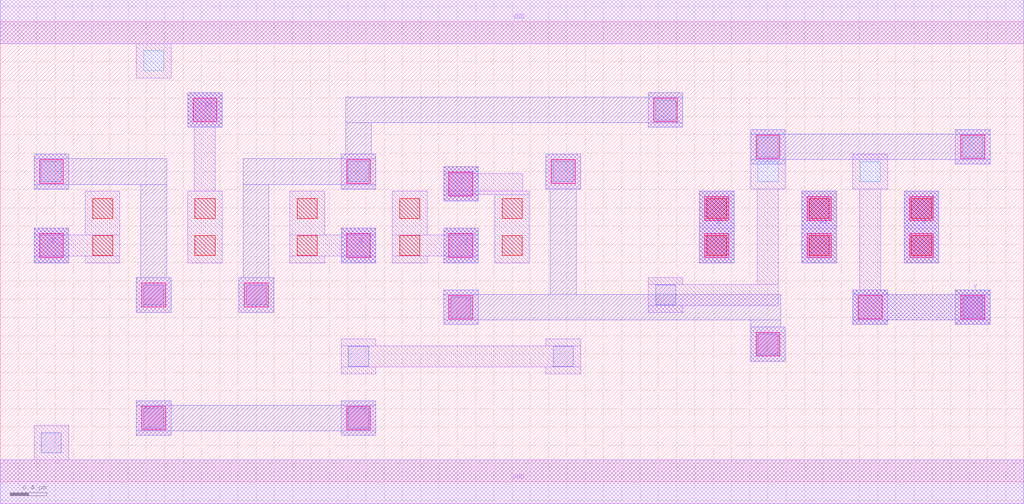
<source format=lef>
MACRO AOOAOAI21221
 CLASS CORE ;
 FOREIGN AOOAOAI21221 0 0 ;
 SIZE 11.200000000000001 BY 5.04 ;
 ORIGIN 0 0 ;
 SYMMETRY X Y R90 ;
 SITE unit ;
  PIN VDD
   DIRECTION INOUT ;
   USE POWER ;
   SHAPE ABUTMENT ;
    PORT
     CLASS CORE ;
       LAYER met1 ;
        RECT 0.00000000 4.80000000 11.20000000 5.28000000 ;
    END
  END VDD

  PIN GND
   DIRECTION INOUT ;
   USE POWER ;
   SHAPE ABUTMENT ;
    PORT
     CLASS CORE ;
       LAYER met1 ;
        RECT 0.00000000 -0.24000000 11.20000000 0.24000000 ;
    END
  END GND

  PIN Y
   DIRECTION INOUT ;
   USE SIGNAL ;
   SHAPE ABUTMENT ;
    PORT
     CLASS CORE ;
       LAYER met2 ;
        RECT 9.33000000 1.72200000 9.71000000 1.77200000 ;
        RECT 10.45000000 1.72200000 10.83000000 1.77200000 ;
        RECT 9.33000000 1.77200000 10.83000000 2.05200000 ;
        RECT 9.33000000 2.05200000 9.71000000 2.10200000 ;
        RECT 10.45000000 2.05200000 10.83000000 2.10200000 ;
    END
  END Y

  PIN D
   DIRECTION INOUT ;
   USE SIGNAL ;
   SHAPE ABUTMENT ;
    PORT
     CLASS CORE ;
       LAYER met2 ;
        RECT 3.73000000 2.39700000 4.11000000 2.77700000 ;
    END
  END D

  PIN E
   DIRECTION INOUT ;
   USE SIGNAL ;
   SHAPE ABUTMENT ;
    PORT
     CLASS CORE ;
       LAYER met2 ;
        RECT 0.37000000 2.39700000 0.75000000 2.77700000 ;
    END
  END E

  PIN A
   DIRECTION INOUT ;
   USE SIGNAL ;
   SHAPE ABUTMENT ;
    PORT
     CLASS CORE ;
       LAYER met2 ;
        RECT 9.89000000 2.39700000 10.27000000 3.18200000 ;
    END
  END A

  PIN C
   DIRECTION INOUT ;
   USE SIGNAL ;
   SHAPE ABUTMENT ;
    PORT
     CLASS CORE ;
       LAYER met2 ;
        RECT 4.85000000 3.07200000 5.23000000 3.45200000 ;
    END
  END C

  PIN A1
   DIRECTION INOUT ;
   USE SIGNAL ;
   SHAPE ABUTMENT ;
    PORT
     CLASS CORE ;
       LAYER met2 ;
        RECT 8.77000000 2.39700000 9.15000000 3.18200000 ;
    END
  END A1

  PIN C1
   DIRECTION INOUT ;
   USE SIGNAL ;
   SHAPE ABUTMENT ;
    PORT
     CLASS CORE ;
       LAYER met2 ;
        RECT 4.85000000 2.39700000 5.23000000 2.77700000 ;
    END
  END C1

  PIN D1
   DIRECTION INOUT ;
   USE SIGNAL ;
   SHAPE ABUTMENT ;
    PORT
     CLASS CORE ;
       LAYER met2 ;
        RECT 2.05000000 3.88200000 2.43000000 4.26200000 ;
    END
  END D1

  PIN B
   DIRECTION INOUT ;
   USE SIGNAL ;
   SHAPE ABUTMENT ;
    PORT
     CLASS CORE ;
       LAYER met2 ;
        RECT 7.65000000 2.39700000 8.03000000 3.18200000 ;
    END
  END B

 OBS
    LAYER polycont ;
     RECT 1.01000000 2.47700000 1.23000000 2.69700000 ;
     RECT 2.13000000 2.47700000 2.35000000 2.69700000 ;
     RECT 3.25000000 2.47700000 3.47000000 2.69700000 ;
     RECT 4.37000000 2.47700000 4.59000000 2.69700000 ;
     RECT 5.49000000 2.47700000 5.71000000 2.69700000 ;
     RECT 7.73000000 2.47700000 7.95000000 2.69700000 ;
     RECT 8.85000000 2.47700000 9.07000000 2.69700000 ;
     RECT 9.97000000 2.47700000 10.19000000 2.69700000 ;
     RECT 1.01000000 2.88200000 1.23000000 3.10200000 ;
     RECT 2.13000000 2.88200000 2.35000000 3.10200000 ;
     RECT 3.25000000 2.88200000 3.47000000 3.10200000 ;
     RECT 4.37000000 2.88200000 4.59000000 3.10200000 ;
     RECT 5.49000000 2.88200000 5.71000000 3.10200000 ;
     RECT 7.73000000 2.88200000 7.95000000 3.10200000 ;
     RECT 8.85000000 2.88200000 9.07000000 3.10200000 ;
     RECT 9.97000000 2.88200000 10.19000000 3.10200000 ;

    LAYER pdiffc ;
     RECT 0.45000000 3.28700000 0.67000000 3.50700000 ;
     RECT 3.81000000 3.28700000 4.03000000 3.50700000 ;
     RECT 6.05000000 3.28700000 6.27000000 3.50700000 ;
     RECT 8.29000000 3.28700000 8.51000000 3.50700000 ;
     RECT 9.41000000 3.28700000 9.63000000 3.50700000 ;
     RECT 8.29000000 3.55700000 8.51000000 3.77700000 ;
     RECT 10.53000000 3.55700000 10.75000000 3.77700000 ;
     RECT 7.17000000 3.96200000 7.39000000 4.18200000 ;
     RECT 1.57000000 4.50200000 1.79000000 4.72200000 ;

    LAYER ndiffc ;
     RECT 0.45000000 0.31700000 0.67000000 0.53700000 ;
     RECT 1.57000000 0.58700000 1.79000000 0.80700000 ;
     RECT 3.81000000 0.58700000 4.03000000 0.80700000 ;
     RECT 3.81000000 1.26200000 4.03000000 1.48200000 ;
     RECT 6.05000000 1.26200000 6.27000000 1.48200000 ;
     RECT 8.29000000 1.39700000 8.51000000 1.61700000 ;
     RECT 4.93000000 1.80200000 5.15000000 2.02200000 ;
     RECT 10.53000000 1.80200000 10.75000000 2.02200000 ;
     RECT 1.57000000 1.93700000 1.79000000 2.15700000 ;
     RECT 2.69000000 1.93700000 2.91000000 2.15700000 ;
     RECT 7.17000000 1.93700000 7.39000000 2.15700000 ;

    LAYER met1 ;
     RECT 0.00000000 -0.24000000 11.20000000 0.24000000 ;
     RECT 0.37000000 0.24000000 0.75000000 0.61700000 ;
     RECT 1.49000000 0.50700000 1.87000000 0.88700000 ;
     RECT 3.73000000 0.50700000 4.11000000 0.88700000 ;
     RECT 3.73000000 1.18200000 4.11000000 1.25700000 ;
     RECT 5.97000000 1.18200000 6.35000000 1.25700000 ;
     RECT 3.73000000 1.25700000 6.35000000 1.48700000 ;
     RECT 3.73000000 1.48700000 4.11000000 1.56200000 ;
     RECT 5.97000000 1.48700000 6.35000000 1.56200000 ;
     RECT 8.21000000 1.31700000 8.59000000 1.69700000 ;
     RECT 4.85000000 1.72200000 5.23000000 2.10200000 ;
     RECT 10.45000000 1.72200000 10.83000000 2.10200000 ;
     RECT 1.49000000 1.85700000 1.87000000 2.23700000 ;
     RECT 2.61000000 1.85700000 2.99000000 2.23700000 ;
     RECT 7.65000000 2.39700000 8.03000000 2.77700000 ;
     RECT 8.77000000 2.39700000 9.15000000 2.77700000 ;
     RECT 9.89000000 2.39700000 10.27000000 2.77700000 ;
     RECT 0.37000000 2.39700000 0.75000000 2.47200000 ;
     RECT 0.93000000 2.39700000 1.31000000 2.47200000 ;
     RECT 0.37000000 2.47200000 1.31000000 2.70200000 ;
     RECT 0.37000000 2.70200000 0.75000000 2.77700000 ;
     RECT 0.93000000 2.70200000 1.31000000 3.18200000 ;
     RECT 3.17000000 2.39700000 3.55000000 2.47200000 ;
     RECT 3.73000000 2.39700000 4.11000000 2.47200000 ;
     RECT 3.17000000 2.47200000 4.11000000 2.70200000 ;
     RECT 3.73000000 2.70200000 4.11000000 2.77700000 ;
     RECT 3.17000000 2.70200000 3.55000000 3.18200000 ;
     RECT 4.29000000 2.39700000 4.67000000 2.47200000 ;
     RECT 4.85000000 2.39700000 5.23000000 2.47200000 ;
     RECT 4.29000000 2.47200000 5.23000000 2.70200000 ;
     RECT 4.85000000 2.70200000 5.23000000 2.77700000 ;
     RECT 4.29000000 2.70200000 4.67000000 3.18200000 ;
     RECT 7.65000000 2.80200000 8.03000000 3.18200000 ;
     RECT 8.77000000 2.80200000 9.15000000 3.18200000 ;
     RECT 9.89000000 2.80200000 10.27000000 3.18200000 ;
     RECT 4.85000000 3.07200000 5.23000000 3.14700000 ;
     RECT 5.41000000 2.39700000 5.79000000 3.14700000 ;
     RECT 4.85000000 3.14700000 5.79000000 3.18200000 ;
     RECT 4.85000000 3.18200000 5.71500000 3.37700000 ;
     RECT 4.85000000 3.37700000 5.23000000 3.45200000 ;
     RECT 0.37000000 3.20700000 0.75000000 3.58700000 ;
     RECT 3.73000000 3.20700000 4.11000000 3.58700000 ;
     RECT 5.97000000 3.20700000 6.35000000 3.58700000 ;
     RECT 9.33000000 1.72200000 9.71000000 2.10200000 ;
     RECT 9.40500000 2.10200000 9.63500000 3.20700000 ;
     RECT 9.33000000 3.20700000 9.71000000 3.58700000 ;
     RECT 7.09000000 1.85700000 7.47000000 1.93200000 ;
     RECT 7.09000000 1.93200000 8.51500000 2.16200000 ;
     RECT 7.09000000 2.16200000 7.47000000 2.23700000 ;
     RECT 8.28500000 2.16200000 8.51500000 3.20700000 ;
     RECT 8.21000000 3.20700000 8.59000000 3.85700000 ;
     RECT 10.45000000 3.47700000 10.83000000 3.85700000 ;
     RECT 2.05000000 2.39700000 2.43000000 3.18200000 ;
     RECT 2.12500000 3.18200000 2.35500000 3.88200000 ;
     RECT 2.05000000 3.88200000 2.43000000 4.26200000 ;
     RECT 7.09000000 3.88200000 7.47000000 4.26200000 ;
     RECT 1.49000000 4.42200000 1.87000000 4.80000000 ;
     RECT 0.00000000 4.80000000 11.20000000 5.28000000 ;

    LAYER via1 ;
     RECT 1.55000000 0.56700000 1.81000000 0.82700000 ;
     RECT 3.79000000 0.56700000 4.05000000 0.82700000 ;
     RECT 8.27000000 1.37700000 8.53000000 1.63700000 ;
     RECT 4.91000000 1.78200000 5.17000000 2.04200000 ;
     RECT 9.39000000 1.78200000 9.65000000 2.04200000 ;
     RECT 10.51000000 1.78200000 10.77000000 2.04200000 ;
     RECT 1.55000000 1.91700000 1.81000000 2.17700000 ;
     RECT 2.67000000 1.91700000 2.93000000 2.17700000 ;
     RECT 0.43000000 2.45700000 0.69000000 2.71700000 ;
     RECT 3.79000000 2.45700000 4.05000000 2.71700000 ;
     RECT 4.91000000 2.45700000 5.17000000 2.71700000 ;
     RECT 7.71000000 2.45700000 7.97000000 2.71700000 ;
     RECT 8.83000000 2.45700000 9.09000000 2.71700000 ;
     RECT 9.95000000 2.45700000 10.21000000 2.71700000 ;
     RECT 7.71000000 2.86200000 7.97000000 3.12200000 ;
     RECT 8.83000000 2.86200000 9.09000000 3.12200000 ;
     RECT 9.95000000 2.86200000 10.21000000 3.12200000 ;
     RECT 4.91000000 3.13200000 5.17000000 3.39200000 ;
     RECT 0.43000000 3.26700000 0.69000000 3.52700000 ;
     RECT 3.79000000 3.26700000 4.05000000 3.52700000 ;
     RECT 6.03000000 3.26700000 6.29000000 3.52700000 ;
     RECT 8.27000000 3.53700000 8.53000000 3.79700000 ;
     RECT 10.51000000 3.53700000 10.77000000 3.79700000 ;
     RECT 2.11000000 3.94200000 2.37000000 4.20200000 ;
     RECT 7.15000000 3.94200000 7.41000000 4.20200000 ;

    LAYER met2 ;
     RECT 1.49000000 0.50700000 1.87000000 0.55700000 ;
     RECT 3.73000000 0.50700000 4.11000000 0.55700000 ;
     RECT 1.49000000 0.55700000 4.11000000 0.83700000 ;
     RECT 1.49000000 0.83700000 1.87000000 0.88700000 ;
     RECT 3.73000000 0.83700000 4.11000000 0.88700000 ;
     RECT 9.33000000 1.72200000 9.71000000 1.77200000 ;
     RECT 10.45000000 1.72200000 10.83000000 1.77200000 ;
     RECT 9.33000000 1.77200000 10.83000000 2.05200000 ;
     RECT 9.33000000 2.05200000 9.71000000 2.10200000 ;
     RECT 10.45000000 2.05200000 10.83000000 2.10200000 ;
     RECT 0.37000000 2.39700000 0.75000000 2.77700000 ;
     RECT 3.73000000 2.39700000 4.11000000 2.77700000 ;
     RECT 4.85000000 2.39700000 5.23000000 2.77700000 ;
     RECT 7.65000000 2.39700000 8.03000000 3.18200000 ;
     RECT 8.77000000 2.39700000 9.15000000 3.18200000 ;
     RECT 9.89000000 2.39700000 10.27000000 3.18200000 ;
     RECT 4.85000000 3.07200000 5.23000000 3.45200000 ;
     RECT 1.49000000 1.85700000 1.87000000 2.23700000 ;
     RECT 0.37000000 3.20700000 0.75000000 3.25700000 ;
     RECT 1.54000000 2.23700000 1.82000000 3.25700000 ;
     RECT 0.37000000 3.25700000 1.82000000 3.53700000 ;
     RECT 0.37000000 3.53700000 0.75000000 3.58700000 ;
     RECT 8.21000000 1.31700000 8.59000000 1.69700000 ;
     RECT 4.85000000 1.72200000 5.23000000 1.77200000 ;
     RECT 8.21000000 1.69700000 8.54000000 1.77200000 ;
     RECT 4.85000000 1.77200000 8.54000000 2.05200000 ;
     RECT 4.85000000 2.05200000 5.23000000 2.10200000 ;
     RECT 6.02000000 2.05200000 6.30000000 3.20700000 ;
     RECT 5.97000000 3.20700000 6.35000000 3.58700000 ;
     RECT 8.21000000 3.47700000 8.59000000 3.52700000 ;
     RECT 10.45000000 3.47700000 10.83000000 3.52700000 ;
     RECT 8.21000000 3.52700000 10.83000000 3.80700000 ;
     RECT 8.21000000 3.80700000 8.59000000 3.85700000 ;
     RECT 10.45000000 3.80700000 10.83000000 3.85700000 ;
     RECT 2.05000000 3.88200000 2.43000000 4.26200000 ;
     RECT 2.61000000 1.85700000 2.99000000 2.23700000 ;
     RECT 2.66000000 2.23700000 2.94000000 3.25700000 ;
     RECT 3.73000000 3.20700000 4.11000000 3.25700000 ;
     RECT 2.66000000 3.25700000 4.11000000 3.53700000 ;
     RECT 3.73000000 3.53700000 4.11000000 3.58700000 ;
     RECT 3.78000000 3.58700000 4.06000000 3.93200000 ;
     RECT 7.09000000 3.88200000 7.47000000 3.93200000 ;
     RECT 3.78000000 3.93200000 7.47000000 4.21200000 ;
     RECT 7.09000000 4.21200000 7.47000000 4.26200000 ;

 END
END AOOAOAI21221

</source>
